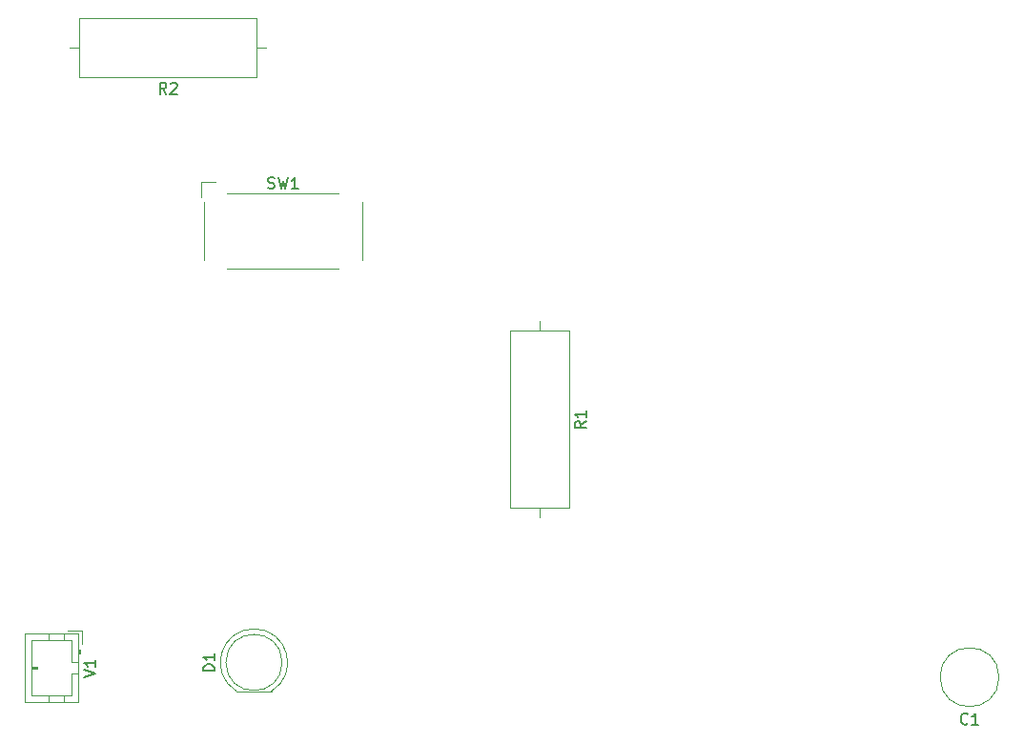
<source format=gbr>
%TF.GenerationSoftware,KiCad,Pcbnew,(6.0.11)*%
%TF.CreationDate,2023-02-16T14:22:11-08:00*%
%TF.ProjectId,Lab 4 Exercise 1,4c616220-3420-4457-9865-726369736520,rev?*%
%TF.SameCoordinates,Original*%
%TF.FileFunction,Legend,Top*%
%TF.FilePolarity,Positive*%
%FSLAX46Y46*%
G04 Gerber Fmt 4.6, Leading zero omitted, Abs format (unit mm)*
G04 Created by KiCad (PCBNEW (6.0.11)) date 2023-02-16 14:22:11*
%MOMM*%
%LPD*%
G01*
G04 APERTURE LIST*
%ADD10C,0.150000*%
%ADD11C,0.120000*%
G04 APERTURE END LIST*
D10*
%TO.C,V1*%
X117012380Y-129574523D02*
X118012380Y-129241190D01*
X117012380Y-128907857D01*
X118012380Y-128050714D02*
X118012380Y-128622142D01*
X118012380Y-128336428D02*
X117012380Y-128336428D01*
X117155238Y-128431666D01*
X117250476Y-128526904D01*
X117298095Y-128622142D01*
%TO.C,D1*%
X128572380Y-129008095D02*
X127572380Y-129008095D01*
X127572380Y-128770000D01*
X127620000Y-128627142D01*
X127715238Y-128531904D01*
X127810476Y-128484285D01*
X128000952Y-128436666D01*
X128143809Y-128436666D01*
X128334285Y-128484285D01*
X128429523Y-128531904D01*
X128524761Y-128627142D01*
X128572380Y-128770000D01*
X128572380Y-129008095D01*
X128572380Y-127484285D02*
X128572380Y-128055714D01*
X128572380Y-127770000D02*
X127572380Y-127770000D01*
X127715238Y-127865238D01*
X127810476Y-127960476D01*
X127858095Y-128055714D01*
%TO.C,R2*%
X124293333Y-77732380D02*
X123960000Y-77256190D01*
X123721904Y-77732380D02*
X123721904Y-76732380D01*
X124102857Y-76732380D01*
X124198095Y-76780000D01*
X124245714Y-76827619D01*
X124293333Y-76922857D01*
X124293333Y-77065714D01*
X124245714Y-77160952D01*
X124198095Y-77208571D01*
X124102857Y-77256190D01*
X123721904Y-77256190D01*
X124674285Y-76827619D02*
X124721904Y-76780000D01*
X124817142Y-76732380D01*
X125055238Y-76732380D01*
X125150476Y-76780000D01*
X125198095Y-76827619D01*
X125245714Y-76922857D01*
X125245714Y-77018095D01*
X125198095Y-77160952D01*
X124626666Y-77732380D01*
X125245714Y-77732380D01*
%TO.C,C1*%
X195453333Y-133687142D02*
X195405714Y-133734761D01*
X195262857Y-133782380D01*
X195167619Y-133782380D01*
X195024761Y-133734761D01*
X194929523Y-133639523D01*
X194881904Y-133544285D01*
X194834285Y-133353809D01*
X194834285Y-133210952D01*
X194881904Y-133020476D01*
X194929523Y-132925238D01*
X195024761Y-132830000D01*
X195167619Y-132782380D01*
X195262857Y-132782380D01*
X195405714Y-132830000D01*
X195453333Y-132877619D01*
X196405714Y-133782380D02*
X195834285Y-133782380D01*
X196120000Y-133782380D02*
X196120000Y-132782380D01*
X196024761Y-132925238D01*
X195929523Y-133020476D01*
X195834285Y-133068095D01*
%TO.C,SW1*%
X133329166Y-86102261D02*
X133472023Y-86149880D01*
X133710119Y-86149880D01*
X133805357Y-86102261D01*
X133852976Y-86054642D01*
X133900595Y-85959404D01*
X133900595Y-85864166D01*
X133852976Y-85768928D01*
X133805357Y-85721309D01*
X133710119Y-85673690D01*
X133519642Y-85626071D01*
X133424404Y-85578452D01*
X133376785Y-85530833D01*
X133329166Y-85435595D01*
X133329166Y-85340357D01*
X133376785Y-85245119D01*
X133424404Y-85197500D01*
X133519642Y-85149880D01*
X133757738Y-85149880D01*
X133900595Y-85197500D01*
X134233928Y-85149880D02*
X134472023Y-86149880D01*
X134662500Y-85435595D01*
X134852976Y-86149880D01*
X135091071Y-85149880D01*
X135995833Y-86149880D02*
X135424404Y-86149880D01*
X135710119Y-86149880D02*
X135710119Y-85149880D01*
X135614880Y-85292738D01*
X135519642Y-85387976D01*
X135424404Y-85435595D01*
%TO.C,R1*%
X161552380Y-106846666D02*
X161076190Y-107180000D01*
X161552380Y-107418095D02*
X160552380Y-107418095D01*
X160552380Y-107037142D01*
X160600000Y-106941904D01*
X160647619Y-106894285D01*
X160742857Y-106846666D01*
X160885714Y-106846666D01*
X160980952Y-106894285D01*
X161028571Y-106941904D01*
X161076190Y-107037142D01*
X161076190Y-107418095D01*
X161552380Y-105894285D02*
X161552380Y-106465714D01*
X161552380Y-106180000D02*
X160552380Y-106180000D01*
X160695238Y-106275238D01*
X160790476Y-106370476D01*
X160838095Y-106465714D01*
D11*
%TO.C,V1*%
X116570000Y-127465000D02*
X116570000Y-127165000D01*
X115160000Y-125705000D02*
X115160000Y-126315000D01*
X112360000Y-128765000D02*
X112860000Y-128765000D01*
X115160000Y-131825000D02*
X115160000Y-131215000D01*
X112860000Y-128865000D02*
X112360000Y-128865000D01*
X116770000Y-126655000D02*
X116770000Y-125405000D01*
X113860000Y-131825000D02*
X113860000Y-131215000D01*
X116470000Y-127465000D02*
X116670000Y-127465000D01*
X116470000Y-131825000D02*
X116470000Y-125705000D01*
X112360000Y-128665000D02*
X112860000Y-128665000D01*
X115860000Y-128265000D02*
X115860000Y-126315000D01*
X115860000Y-129265000D02*
X116470000Y-129265000D01*
X115860000Y-131215000D02*
X115860000Y-129265000D01*
X116670000Y-127465000D02*
X116670000Y-127165000D01*
X116770000Y-125405000D02*
X115520000Y-125405000D01*
X112360000Y-126315000D02*
X112360000Y-131215000D01*
X116470000Y-125705000D02*
X111750000Y-125705000D01*
X113860000Y-125705000D02*
X113860000Y-126315000D01*
X115860000Y-126315000D02*
X112360000Y-126315000D01*
X112360000Y-131215000D02*
X115860000Y-131215000D01*
X111750000Y-125705000D02*
X111750000Y-131825000D01*
X111750000Y-131825000D02*
X116470000Y-131825000D01*
X116670000Y-127165000D02*
X116470000Y-127165000D01*
X112860000Y-128665000D02*
X112860000Y-128865000D01*
X116470000Y-128265000D02*
X115860000Y-128265000D01*
%TO.C,D1*%
X130535000Y-130830000D02*
X133625000Y-130830000D01*
X133624830Y-130830000D02*
G75*
G03*
X132079538Y-125280000I-1544830J2560000D01*
G01*
X132080462Y-125280000D02*
G75*
G03*
X130535170Y-130830000I-462J-2990000D01*
G01*
X134580000Y-128270000D02*
G75*
G03*
X134580000Y-128270000I-2500000J0D01*
G01*
%TO.C,R2*%
X116590000Y-76280000D02*
X132330000Y-76280000D01*
X132330000Y-71040000D02*
X116590000Y-71040000D01*
X133180000Y-73660000D02*
X132330000Y-73660000D01*
X115740000Y-73660000D02*
X116590000Y-73660000D01*
X132330000Y-76280000D02*
X132330000Y-71040000D01*
X116590000Y-71040000D02*
X116590000Y-76280000D01*
%TO.C,C1*%
X198240000Y-129580000D02*
G75*
G03*
X198240000Y-129580000I-2620000J0D01*
G01*
%TO.C,SW1*%
X127662500Y-92497500D02*
X127662500Y-87297500D01*
X127362500Y-86897500D02*
X127362500Y-85597500D01*
X129712500Y-86547500D02*
X139612500Y-86547500D01*
X127362500Y-85597500D02*
X128662500Y-85597500D01*
X141662500Y-87297500D02*
X141662500Y-92497500D01*
X139612500Y-93247500D02*
X129712500Y-93247500D01*
%TO.C,R1*%
X157480000Y-115400000D02*
X157480000Y-114550000D01*
X154860000Y-114550000D02*
X160100000Y-114550000D01*
X154860000Y-98810000D02*
X154860000Y-114550000D01*
X160100000Y-98810000D02*
X154860000Y-98810000D01*
X160100000Y-114550000D02*
X160100000Y-98810000D01*
X157480000Y-97960000D02*
X157480000Y-98810000D01*
%TD*%
M02*

</source>
